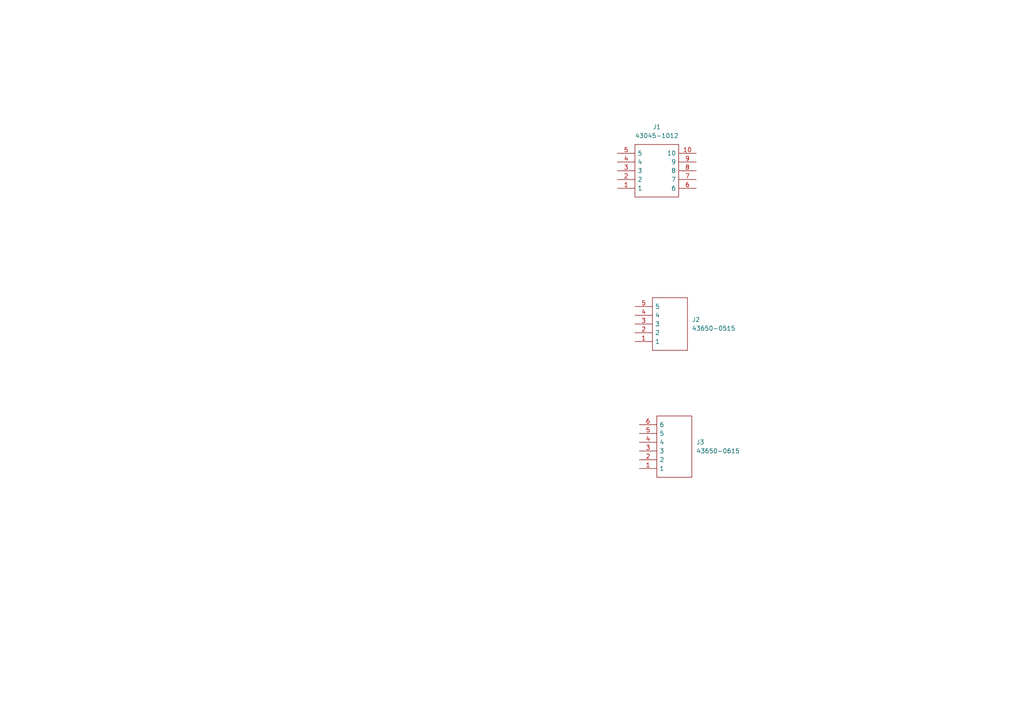
<source format=kicad_sch>
(kicad_sch (version 20211123) (generator eeschema)

  (uuid e63e39d7-6ac0-4ffd-8aa3-1841a4541b55)

  (paper "A4")

  (lib_symbols
    (symbol "parts:43045-1012" (pin_names (offset 0.762)) (in_bom yes) (on_board yes)
      (property "Reference" "J" (id 0) (at 19.05 7.62 0)
        (effects (font (size 1.27 1.27)) (justify left))
      )
      (property "Value" "43045-1012" (id 1) (at 19.05 5.08 0)
        (effects (font (size 1.27 1.27)) (justify left))
      )
      (property "Footprint" "43045-10YY_12,13,14" (id 2) (at 19.05 2.54 0)
        (effects (font (size 1.27 1.27)) (justify left) hide)
      )
      (property "Datasheet" "https://www.molex.com/pdm_docs/sd/430450212_sd.pdf" (id 3) (at 19.05 0 0)
        (effects (font (size 1.27 1.27)) (justify left) hide)
      )
      (property "Description" "10 way 2 row vertical header,3mm pitch Molex MICRO-FIT 3.0 Series, Series Number 43045, 3mm Pitch 10 Way 2 Row Straight PCB Header, Solder Termination, 5A" (id 4) (at 19.05 -2.54 0)
        (effects (font (size 1.27 1.27)) (justify left) hide)
      )
      (property "Height" "9.91" (id 5) (at 19.05 -5.08 0)
        (effects (font (size 1.27 1.27)) (justify left) hide)
      )
      (property "Manufacturer_Name" "Molex" (id 6) (at 19.05 -7.62 0)
        (effects (font (size 1.27 1.27)) (justify left) hide)
      )
      (property "Manufacturer_Part_Number" "43045-1012" (id 7) (at 19.05 -10.16 0)
        (effects (font (size 1.27 1.27)) (justify left) hide)
      )
      (property "Mouser Part Number" "538-43045-1012" (id 8) (at 19.05 -12.7 0)
        (effects (font (size 1.27 1.27)) (justify left) hide)
      )
      (property "Mouser Price/Stock" "https://www.mouser.co.uk/ProductDetail/Molex/43045-1012?qs=KC2ywxza1koTZPAgAiHw3w%3D%3D" (id 9) (at 19.05 -15.24 0)
        (effects (font (size 1.27 1.27)) (justify left) hide)
      )
      (property "Arrow Part Number" "" (id 10) (at 19.05 -17.78 0)
        (effects (font (size 1.27 1.27)) (justify left) hide)
      )
      (property "Arrow Price/Stock" "" (id 11) (at 19.05 -20.32 0)
        (effects (font (size 1.27 1.27)) (justify left) hide)
      )
      (symbol "43045-1012_0_0"
        (pin passive line (at 0 -10.16 0) (length 5.08)
          (name "1" (effects (font (size 1.27 1.27))))
          (number "1" (effects (font (size 1.27 1.27))))
        )
        (pin passive line (at 22.86 0 180) (length 5.08)
          (name "10" (effects (font (size 1.27 1.27))))
          (number "10" (effects (font (size 1.27 1.27))))
        )
        (pin passive line (at 0 -7.62 0) (length 5.08)
          (name "2" (effects (font (size 1.27 1.27))))
          (number "2" (effects (font (size 1.27 1.27))))
        )
        (pin passive line (at 0 -5.08 0) (length 5.08)
          (name "3" (effects (font (size 1.27 1.27))))
          (number "3" (effects (font (size 1.27 1.27))))
        )
        (pin passive line (at 0 -2.54 0) (length 5.08)
          (name "4" (effects (font (size 1.27 1.27))))
          (number "4" (effects (font (size 1.27 1.27))))
        )
        (pin passive line (at 0 0 0) (length 5.08)
          (name "5" (effects (font (size 1.27 1.27))))
          (number "5" (effects (font (size 1.27 1.27))))
        )
        (pin passive line (at 22.86 -10.16 180) (length 5.08)
          (name "6" (effects (font (size 1.27 1.27))))
          (number "6" (effects (font (size 1.27 1.27))))
        )
        (pin passive line (at 22.86 -7.62 180) (length 5.08)
          (name "7" (effects (font (size 1.27 1.27))))
          (number "7" (effects (font (size 1.27 1.27))))
        )
        (pin passive line (at 22.86 -5.08 180) (length 5.08)
          (name "8" (effects (font (size 1.27 1.27))))
          (number "8" (effects (font (size 1.27 1.27))))
        )
        (pin passive line (at 22.86 -2.54 180) (length 5.08)
          (name "9" (effects (font (size 1.27 1.27))))
          (number "9" (effects (font (size 1.27 1.27))))
        )
      )
      (symbol "43045-1012_0_1"
        (polyline
          (pts
            (xy 5.08 2.54)
            (xy 17.78 2.54)
            (xy 17.78 -12.7)
            (xy 5.08 -12.7)
            (xy 5.08 2.54)
          )
          (stroke (width 0.1524) (type default) (color 0 0 0 0))
          (fill (type none))
        )
      )
    )
    (symbol "parts:43650-0515" (pin_names (offset 0.762)) (in_bom yes) (on_board yes)
      (property "Reference" "J" (id 0) (at 16.51 7.62 0)
        (effects (font (size 1.27 1.27)) (justify left))
      )
      (property "Value" "43650-0515" (id 1) (at 16.51 5.08 0)
        (effects (font (size 1.27 1.27)) (justify left))
      )
      (property "Footprint" "43650-05YY_15,16,17" (id 2) (at 16.51 2.54 0)
        (effects (font (size 1.27 1.27)) (justify left) hide)
      )
      (property "Datasheet" "https://componentsearchengine.com/Datasheets/1/43650-0515.pdf" (id 3) (at 16.51 0 0)
        (effects (font (size 1.27 1.27)) (justify left) hide)
      )
      (property "Description" "Micro-Fit 3.0 Right-Angle Header, 3.00mm Pitch, Single Row, 5 Circuits, with Solder TabMicro-Fit 3.0 Vertical Header, 3.00mm Pitch, Single Row, 5 Circuits, with PCB Polarizing Peg" (id 4) (at 16.51 -2.54 0)
        (effects (font (size 1.27 1.27)) (justify left) hide)
      )
      (property "Height" "9.9" (id 5) (at 16.51 -5.08 0)
        (effects (font (size 1.27 1.27)) (justify left) hide)
      )
      (property "Mouser Part Number" "538-43650-0515" (id 6) (at 16.51 -7.62 0)
        (effects (font (size 1.27 1.27)) (justify left) hide)
      )
      (property "Mouser Price/Stock" "https://www.mouser.com/Search/Refine.aspx?Keyword=538-43650-0515" (id 7) (at 16.51 -10.16 0)
        (effects (font (size 1.27 1.27)) (justify left) hide)
      )
      (property "Manufacturer_Name" "Molex" (id 8) (at 16.51 -12.7 0)
        (effects (font (size 1.27 1.27)) (justify left) hide)
      )
      (property "Manufacturer_Part_Number" "43650-0515" (id 9) (at 16.51 -15.24 0)
        (effects (font (size 1.27 1.27)) (justify left) hide)
      )
      (symbol "43650-0515_0_0"
        (pin passive line (at 0 -10.16 0) (length 5.08)
          (name "1" (effects (font (size 1.27 1.27))))
          (number "1" (effects (font (size 1.27 1.27))))
        )
        (pin passive line (at 0 -7.62 0) (length 5.08)
          (name "2" (effects (font (size 1.27 1.27))))
          (number "2" (effects (font (size 1.27 1.27))))
        )
        (pin passive line (at 0 -5.08 0) (length 5.08)
          (name "3" (effects (font (size 1.27 1.27))))
          (number "3" (effects (font (size 1.27 1.27))))
        )
        (pin passive line (at 0 -2.54 0) (length 5.08)
          (name "4" (effects (font (size 1.27 1.27))))
          (number "4" (effects (font (size 1.27 1.27))))
        )
        (pin passive line (at 0 0 0) (length 5.08)
          (name "5" (effects (font (size 1.27 1.27))))
          (number "5" (effects (font (size 1.27 1.27))))
        )
      )
      (symbol "43650-0515_0_1"
        (polyline
          (pts
            (xy 5.08 2.54)
            (xy 15.24 2.54)
            (xy 15.24 -12.7)
            (xy 5.08 -12.7)
            (xy 5.08 2.54)
          )
          (stroke (width 0.1524) (type default) (color 0 0 0 0))
          (fill (type none))
        )
      )
    )
    (symbol "parts:43650-0615" (pin_names (offset 0.762)) (in_bom yes) (on_board yes)
      (property "Reference" "J" (id 0) (at 16.51 7.62 0)
        (effects (font (size 1.27 1.27)) (justify left))
      )
      (property "Value" "43650-0615" (id 1) (at 16.51 5.08 0)
        (effects (font (size 1.27 1.27)) (justify left))
      )
      (property "Footprint" "43650-06YY_15,16,17" (id 2) (at 16.51 2.54 0)
        (effects (font (size 1.27 1.27)) (justify left) hide)
      )
      (property "Datasheet" "https://www.molex.com/pdm_docs/sd/436500215_sd.pdf" (id 3) (at 16.51 0 0)
        (effects (font (size 1.27 1.27)) (justify left) hide)
      )
      (property "Description" "Micro-Fit 3.0 Right-Angle Header, 3.00mm Pitch, Single Row, 6 Circuits, with Solder TabMicro-Fit 3.0 Vertical Header, 3.00mm Pitch, Single Row, 6 Circuits, with PCB Polarizing Peg" (id 4) (at 16.51 -2.54 0)
        (effects (font (size 1.27 1.27)) (justify left) hide)
      )
      (property "Height" "9.9" (id 5) (at 16.51 -5.08 0)
        (effects (font (size 1.27 1.27)) (justify left) hide)
      )
      (property "Mouser Part Number" "538-43650-0615" (id 6) (at 16.51 -7.62 0)
        (effects (font (size 1.27 1.27)) (justify left) hide)
      )
      (property "Mouser Price/Stock" "https://www.mouser.co.uk/ProductDetail/Molex/43650-0615?qs=x%252BbtO9bAABd50D1x7A2I8w%3D%3D" (id 7) (at 16.51 -10.16 0)
        (effects (font (size 1.27 1.27)) (justify left) hide)
      )
      (property "Manufacturer_Name" "Molex" (id 8) (at 16.51 -12.7 0)
        (effects (font (size 1.27 1.27)) (justify left) hide)
      )
      (property "Manufacturer_Part_Number" "43650-0615" (id 9) (at 16.51 -15.24 0)
        (effects (font (size 1.27 1.27)) (justify left) hide)
      )
      (symbol "43650-0615_0_0"
        (pin passive line (at 0 -12.7 0) (length 5.08)
          (name "1" (effects (font (size 1.27 1.27))))
          (number "1" (effects (font (size 1.27 1.27))))
        )
        (pin passive line (at 0 -10.16 0) (length 5.08)
          (name "2" (effects (font (size 1.27 1.27))))
          (number "2" (effects (font (size 1.27 1.27))))
        )
        (pin passive line (at 0 -7.62 0) (length 5.08)
          (name "3" (effects (font (size 1.27 1.27))))
          (number "3" (effects (font (size 1.27 1.27))))
        )
        (pin passive line (at 0 -5.08 0) (length 5.08)
          (name "4" (effects (font (size 1.27 1.27))))
          (number "4" (effects (font (size 1.27 1.27))))
        )
        (pin passive line (at 0 -2.54 0) (length 5.08)
          (name "5" (effects (font (size 1.27 1.27))))
          (number "5" (effects (font (size 1.27 1.27))))
        )
        (pin passive line (at 0 0 0) (length 5.08)
          (name "6" (effects (font (size 1.27 1.27))))
          (number "6" (effects (font (size 1.27 1.27))))
        )
      )
      (symbol "43650-0615_0_1"
        (polyline
          (pts
            (xy 5.08 2.54)
            (xy 15.24 2.54)
            (xy 15.24 -15.24)
            (xy 5.08 -15.24)
            (xy 5.08 2.54)
          )
          (stroke (width 0.1524) (type default) (color 0 0 0 0))
          (fill (type none))
        )
      )
    )
  )


  (symbol (lib_id "parts:43650-0515") (at 184.15 88.9 0) (unit 1)
    (in_bom yes) (on_board yes) (fields_autoplaced)
    (uuid 477c977c-a0f1-462e-8f90-4f33f2ceced4)
    (property "Reference" "J2" (id 0) (at 200.66 92.7099 0)
      (effects (font (size 1.27 1.27)) (justify left))
    )
    (property "Value" "43650-0515" (id 1) (at 200.66 95.2499 0)
      (effects (font (size 1.27 1.27)) (justify left))
    )
    (property "Footprint" "43650-05YY_15,16,17" (id 2) (at 200.66 86.36 0)
      (effects (font (size 1.27 1.27)) (justify left) hide)
    )
    (property "Datasheet" "https://componentsearchengine.com/Datasheets/1/43650-0515.pdf" (id 3) (at 200.66 88.9 0)
      (effects (font (size 1.27 1.27)) (justify left) hide)
    )
    (property "Description" "Micro-Fit 3.0 Right-Angle Header, 3.00mm Pitch, Single Row, 5 Circuits, with Solder TabMicro-Fit 3.0 Vertical Header, 3.00mm Pitch, Single Row, 5 Circuits, with PCB Polarizing Peg" (id 4) (at 200.66 91.44 0)
      (effects (font (size 1.27 1.27)) (justify left) hide)
    )
    (property "Height" "9.9" (id 5) (at 200.66 93.98 0)
      (effects (font (size 1.27 1.27)) (justify left) hide)
    )
    (property "Mouser Part Number" "538-43650-0515" (id 6) (at 200.66 96.52 0)
      (effects (font (size 1.27 1.27)) (justify left) hide)
    )
    (property "Mouser Price/Stock" "https://www.mouser.com/Search/Refine.aspx?Keyword=538-43650-0515" (id 7) (at 200.66 99.06 0)
      (effects (font (size 1.27 1.27)) (justify left) hide)
    )
    (property "Manufacturer_Name" "Molex" (id 8) (at 200.66 101.6 0)
      (effects (font (size 1.27 1.27)) (justify left) hide)
    )
    (property "Manufacturer_Part_Number" "43650-0515" (id 9) (at 200.66 104.14 0)
      (effects (font (size 1.27 1.27)) (justify left) hide)
    )
    (pin "1" (uuid 969039f3-b917-4772-a4c3-c593cb31029a))
    (pin "2" (uuid 09e702fe-159a-4c14-8124-4430501dd9ac))
    (pin "3" (uuid 831181f3-e07e-4359-85a3-43a55598e402))
    (pin "4" (uuid 49bb3b6b-654d-4e70-a4aa-1f1efa32c9ab))
    (pin "5" (uuid de51e245-a27c-4a43-a9d6-150e7ff82e45))
  )

  (symbol (lib_id "parts:43650-0615") (at 185.42 123.19 0) (unit 1)
    (in_bom yes) (on_board yes) (fields_autoplaced)
    (uuid 9d52217c-40e1-4fa4-a00b-007cf54f771a)
    (property "Reference" "J3" (id 0) (at 201.93 128.2699 0)
      (effects (font (size 1.27 1.27)) (justify left))
    )
    (property "Value" "43650-0615" (id 1) (at 201.93 130.8099 0)
      (effects (font (size 1.27 1.27)) (justify left))
    )
    (property "Footprint" "43650-06YY_15,16,17" (id 2) (at 201.93 120.65 0)
      (effects (font (size 1.27 1.27)) (justify left) hide)
    )
    (property "Datasheet" "https://www.molex.com/pdm_docs/sd/436500215_sd.pdf" (id 3) (at 201.93 123.19 0)
      (effects (font (size 1.27 1.27)) (justify left) hide)
    )
    (property "Description" "Micro-Fit 3.0 Right-Angle Header, 3.00mm Pitch, Single Row, 6 Circuits, with Solder TabMicro-Fit 3.0 Vertical Header, 3.00mm Pitch, Single Row, 6 Circuits, with PCB Polarizing Peg" (id 4) (at 201.93 125.73 0)
      (effects (font (size 1.27 1.27)) (justify left) hide)
    )
    (property "Height" "9.9" (id 5) (at 201.93 128.27 0)
      (effects (font (size 1.27 1.27)) (justify left) hide)
    )
    (property "Mouser Part Number" "538-43650-0615" (id 6) (at 201.93 130.81 0)
      (effects (font (size 1.27 1.27)) (justify left) hide)
    )
    (property "Mouser Price/Stock" "https://www.mouser.co.uk/ProductDetail/Molex/43650-0615?qs=x%252BbtO9bAABd50D1x7A2I8w%3D%3D" (id 7) (at 201.93 133.35 0)
      (effects (font (size 1.27 1.27)) (justify left) hide)
    )
    (property "Manufacturer_Name" "Molex" (id 8) (at 201.93 135.89 0)
      (effects (font (size 1.27 1.27)) (justify left) hide)
    )
    (property "Manufacturer_Part_Number" "43650-0615" (id 9) (at 201.93 138.43 0)
      (effects (font (size 1.27 1.27)) (justify left) hide)
    )
    (pin "1" (uuid 77c94c00-01f6-44e4-93fb-f383b8f9af10))
    (pin "2" (uuid b931d73d-28fa-4e19-9746-710014bb71a3))
    (pin "3" (uuid 46337962-8f79-4fd4-9879-2815f41f0a50))
    (pin "4" (uuid 1894aa82-06e5-4d28-938a-f0860c0d366e))
    (pin "5" (uuid beecd3e4-7485-4705-8749-9c6eeb309898))
    (pin "6" (uuid a682c18b-5b12-459d-b3d1-f796f5a7bda4))
  )

  (symbol (lib_id "parts:43045-1012") (at 179.07 44.45 0) (unit 1)
    (in_bom yes) (on_board yes) (fields_autoplaced)
    (uuid f284b1e2-75a4-4a3f-a5f4-6f05f15fb4f5)
    (property "Reference" "J1" (id 0) (at 190.5 36.83 0))
    (property "Value" "43045-1012" (id 1) (at 190.5 39.37 0))
    (property "Footprint" "43045-10YY_12,13,14" (id 2) (at 198.12 41.91 0)
      (effects (font (size 1.27 1.27)) (justify left) hide)
    )
    (property "Datasheet" "https://www.molex.com/pdm_docs/sd/430450212_sd.pdf" (id 3) (at 198.12 44.45 0)
      (effects (font (size 1.27 1.27)) (justify left) hide)
    )
    (property "Description" "10 way 2 row vertical header,3mm pitch Molex MICRO-FIT 3.0 Series, Series Number 43045, 3mm Pitch 10 Way 2 Row Straight PCB Header, Solder Termination, 5A" (id 4) (at 198.12 46.99 0)
      (effects (font (size 1.27 1.27)) (justify left) hide)
    )
    (property "Height" "9.91" (id 5) (at 198.12 49.53 0)
      (effects (font (size 1.27 1.27)) (justify left) hide)
    )
    (property "Manufacturer_Name" "Molex" (id 6) (at 198.12 52.07 0)
      (effects (font (size 1.27 1.27)) (justify left) hide)
    )
    (property "Manufacturer_Part_Number" "43045-1012" (id 7) (at 198.12 54.61 0)
      (effects (font (size 1.27 1.27)) (justify left) hide)
    )
    (property "Mouser Part Number" "538-43045-1012" (id 8) (at 198.12 57.15 0)
      (effects (font (size 1.27 1.27)) (justify left) hide)
    )
    (property "Mouser Price/Stock" "https://www.mouser.co.uk/ProductDetail/Molex/43045-1012?qs=KC2ywxza1koTZPAgAiHw3w%3D%3D" (id 9) (at 198.12 59.69 0)
      (effects (font (size 1.27 1.27)) (justify left) hide)
    )
    (property "Arrow Part Number" "" (id 10) (at 198.12 62.23 0)
      (effects (font (size 1.27 1.27)) (justify left) hide)
    )
    (property "Arrow Price/Stock" "" (id 11) (at 198.12 64.77 0)
      (effects (font (size 1.27 1.27)) (justify left) hide)
    )
    (pin "1" (uuid 662bafcb-dcfb-4471-a8a9-f5c777fdf249))
    (pin "10" (uuid 3f96e159-1f3b-4ee7-a46e-e60d78f2137a))
    (pin "2" (uuid 77aa6db5-9b8d-4983-b88e-30fe5af25975))
    (pin "3" (uuid 0e0f9829-27a5-43b2-a0ae-121d3ce72ef4))
    (pin "4" (uuid 3934b2e9-06c8-499c-a6df-4d7b35cfb894))
    (pin "5" (uuid 73f40fda-e6eb-4f93-9482-56cf47d84a87))
    (pin "6" (uuid 3579cf2f-29b0-46b6-a07d-483fb5586322))
    (pin "7" (uuid ef51df0d-fc2c-482b-a0e5-e49bae94f31f))
    (pin "8" (uuid 41b4f8c6-4973-4fc7-9118-d582bc7f31e7))
    (pin "9" (uuid 34a11a07-8b7f-45d2-96e3-89fd43e62756))
  )

  (sheet_instances
    (path "/" (page "1"))
  )

  (symbol_instances
    (path "/f284b1e2-75a4-4a3f-a5f4-6f05f15fb4f5"
      (reference "J1") (unit 1) (value "43045-1012") (footprint "43045-10YY_12,13,14")
    )
    (path "/477c977c-a0f1-462e-8f90-4f33f2ceced4"
      (reference "J2") (unit 1) (value "43650-0515") (footprint "43650-05YY_15,16,17")
    )
    (path "/9d52217c-40e1-4fa4-a00b-007cf54f771a"
      (reference "J3") (unit 1) (value "43650-0615") (footprint "43650-06YY_15,16,17")
    )
  )
)

</source>
